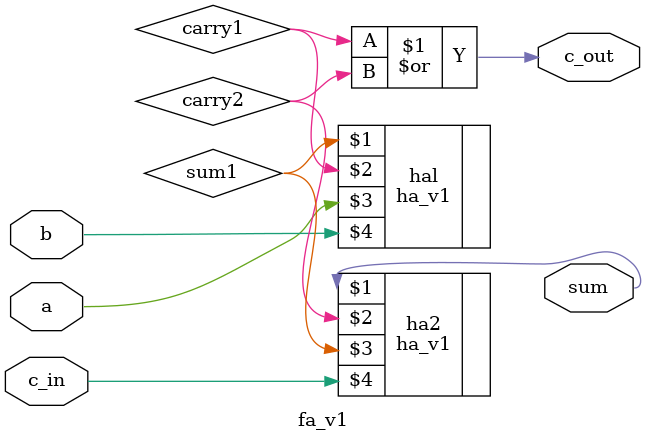
<source format=v>
module fa_v1(output wire sum, output wire c_out, input wire a, input wire b, input wire c_in);

  wire sum1, carry1, carry2;

  ha_v1 hal(sum1, carry1, a, b);
  ha_v1 ha2(sum, carry2, sum1, c_in);
  or    or1(c_out, carry1, carry2);

endmodule

</source>
